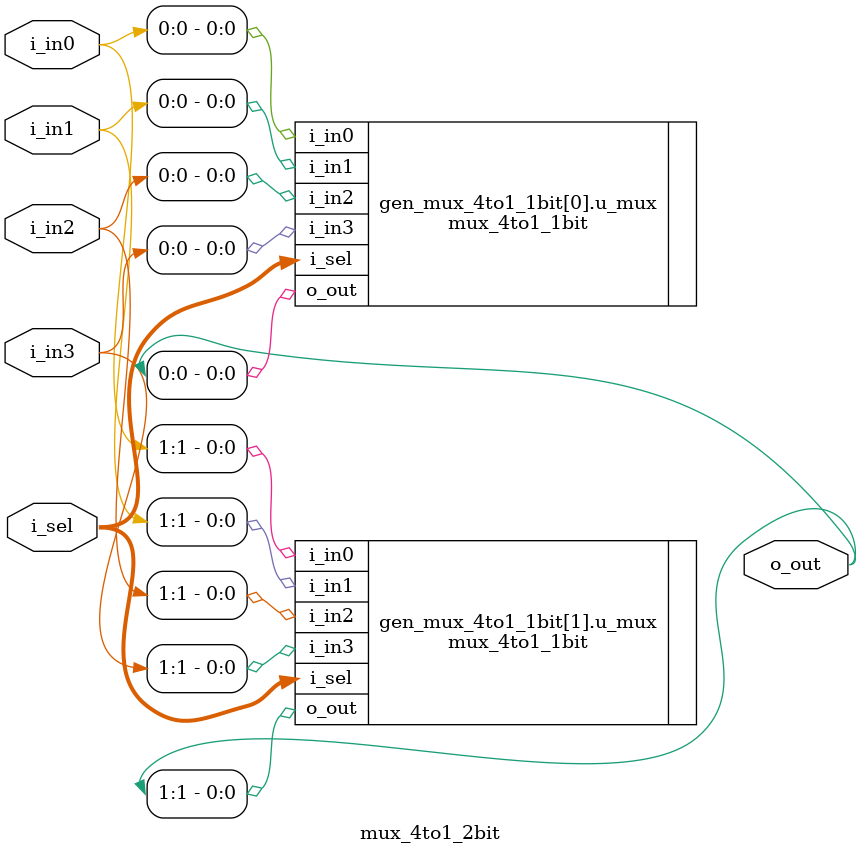
<source format=sv>

module mux_4to1_2bit (
    input  wire [3:0] i_in0,    // 2-bit input 0
    input  wire [3:0] i_in1,    // 2-bit input 1
    input  wire [3:0] i_in2,    // 2-bit input 2
    input  wire [3:0] i_in3,    // 2-bit input 3
    input  wire [1:0] i_sel,    // 2-bit select signal
    output wire [3:0] o_out     // 2-bit output
);

    genvar i;
    generate
        for(i = 0; i < 2; i = i + 1) begin : gen_mux_4to1_1bit
            mux_4to1_1bit u_mux (
                .i_in0(i_in0[i]),
                .i_in1(i_in1[i]),
                .i_in2(i_in2[i]),
                .i_in3(i_in3[i]),
                .i_sel(i_sel),
                .o_out(o_out[i])
            );
        end
    endgenerate

endmodule

</source>
